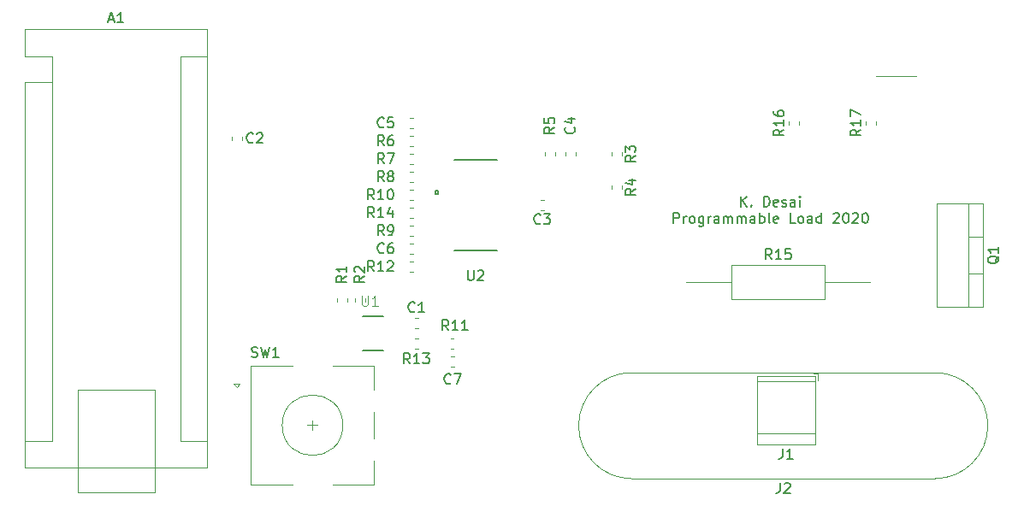
<source format=gbr>
G04 #@! TF.GenerationSoftware,KiCad,Pcbnew,(5.1.2)-1*
G04 #@! TF.CreationDate,2020-03-13T00:19:03-07:00*
G04 #@! TF.ProjectId,progrmmable-load,70726f67-726d-46d6-9162-6c652d6c6f61,rev?*
G04 #@! TF.SameCoordinates,Original*
G04 #@! TF.FileFunction,Legend,Top*
G04 #@! TF.FilePolarity,Positive*
%FSLAX46Y46*%
G04 Gerber Fmt 4.6, Leading zero omitted, Abs format (unit mm)*
G04 Created by KiCad (PCBNEW (5.1.2)-1) date 2020-03-13 00:19:03*
%MOMM*%
%LPD*%
G04 APERTURE LIST*
%ADD10C,0.150000*%
%ADD11C,0.120000*%
%ADD12C,0.100000*%
%ADD13C,0.152400*%
%ADD14C,0.015000*%
G04 APERTURE END LIST*
D10*
X160925238Y-117102380D02*
X160925238Y-116102380D01*
X161496666Y-117102380D02*
X161068095Y-116530952D01*
X161496666Y-116102380D02*
X160925238Y-116673809D01*
X161925238Y-117007142D02*
X161972857Y-117054761D01*
X161925238Y-117102380D01*
X161877619Y-117054761D01*
X161925238Y-117007142D01*
X161925238Y-117102380D01*
X163163333Y-117102380D02*
X163163333Y-116102380D01*
X163401428Y-116102380D01*
X163544285Y-116150000D01*
X163639523Y-116245238D01*
X163687142Y-116340476D01*
X163734761Y-116530952D01*
X163734761Y-116673809D01*
X163687142Y-116864285D01*
X163639523Y-116959523D01*
X163544285Y-117054761D01*
X163401428Y-117102380D01*
X163163333Y-117102380D01*
X164544285Y-117054761D02*
X164449047Y-117102380D01*
X164258571Y-117102380D01*
X164163333Y-117054761D01*
X164115714Y-116959523D01*
X164115714Y-116578571D01*
X164163333Y-116483333D01*
X164258571Y-116435714D01*
X164449047Y-116435714D01*
X164544285Y-116483333D01*
X164591904Y-116578571D01*
X164591904Y-116673809D01*
X164115714Y-116769047D01*
X164972857Y-117054761D02*
X165068095Y-117102380D01*
X165258571Y-117102380D01*
X165353809Y-117054761D01*
X165401428Y-116959523D01*
X165401428Y-116911904D01*
X165353809Y-116816666D01*
X165258571Y-116769047D01*
X165115714Y-116769047D01*
X165020476Y-116721428D01*
X164972857Y-116626190D01*
X164972857Y-116578571D01*
X165020476Y-116483333D01*
X165115714Y-116435714D01*
X165258571Y-116435714D01*
X165353809Y-116483333D01*
X166258571Y-117102380D02*
X166258571Y-116578571D01*
X166210952Y-116483333D01*
X166115714Y-116435714D01*
X165925238Y-116435714D01*
X165830000Y-116483333D01*
X166258571Y-117054761D02*
X166163333Y-117102380D01*
X165925238Y-117102380D01*
X165830000Y-117054761D01*
X165782380Y-116959523D01*
X165782380Y-116864285D01*
X165830000Y-116769047D01*
X165925238Y-116721428D01*
X166163333Y-116721428D01*
X166258571Y-116673809D01*
X166734761Y-117102380D02*
X166734761Y-116435714D01*
X166734761Y-116102380D02*
X166687142Y-116150000D01*
X166734761Y-116197619D01*
X166782380Y-116150000D01*
X166734761Y-116102380D01*
X166734761Y-116197619D01*
X154234761Y-118752380D02*
X154234761Y-117752380D01*
X154615714Y-117752380D01*
X154710952Y-117800000D01*
X154758571Y-117847619D01*
X154806190Y-117942857D01*
X154806190Y-118085714D01*
X154758571Y-118180952D01*
X154710952Y-118228571D01*
X154615714Y-118276190D01*
X154234761Y-118276190D01*
X155234761Y-118752380D02*
X155234761Y-118085714D01*
X155234761Y-118276190D02*
X155282380Y-118180952D01*
X155330000Y-118133333D01*
X155425238Y-118085714D01*
X155520476Y-118085714D01*
X155996666Y-118752380D02*
X155901428Y-118704761D01*
X155853809Y-118657142D01*
X155806190Y-118561904D01*
X155806190Y-118276190D01*
X155853809Y-118180952D01*
X155901428Y-118133333D01*
X155996666Y-118085714D01*
X156139523Y-118085714D01*
X156234761Y-118133333D01*
X156282380Y-118180952D01*
X156330000Y-118276190D01*
X156330000Y-118561904D01*
X156282380Y-118657142D01*
X156234761Y-118704761D01*
X156139523Y-118752380D01*
X155996666Y-118752380D01*
X157187142Y-118085714D02*
X157187142Y-118895238D01*
X157139523Y-118990476D01*
X157091904Y-119038095D01*
X156996666Y-119085714D01*
X156853809Y-119085714D01*
X156758571Y-119038095D01*
X157187142Y-118704761D02*
X157091904Y-118752380D01*
X156901428Y-118752380D01*
X156806190Y-118704761D01*
X156758571Y-118657142D01*
X156710952Y-118561904D01*
X156710952Y-118276190D01*
X156758571Y-118180952D01*
X156806190Y-118133333D01*
X156901428Y-118085714D01*
X157091904Y-118085714D01*
X157187142Y-118133333D01*
X157663333Y-118752380D02*
X157663333Y-118085714D01*
X157663333Y-118276190D02*
X157710952Y-118180952D01*
X157758571Y-118133333D01*
X157853809Y-118085714D01*
X157949047Y-118085714D01*
X158710952Y-118752380D02*
X158710952Y-118228571D01*
X158663333Y-118133333D01*
X158568095Y-118085714D01*
X158377619Y-118085714D01*
X158282380Y-118133333D01*
X158710952Y-118704761D02*
X158615714Y-118752380D01*
X158377619Y-118752380D01*
X158282380Y-118704761D01*
X158234761Y-118609523D01*
X158234761Y-118514285D01*
X158282380Y-118419047D01*
X158377619Y-118371428D01*
X158615714Y-118371428D01*
X158710952Y-118323809D01*
X159187142Y-118752380D02*
X159187142Y-118085714D01*
X159187142Y-118180952D02*
X159234761Y-118133333D01*
X159330000Y-118085714D01*
X159472857Y-118085714D01*
X159568095Y-118133333D01*
X159615714Y-118228571D01*
X159615714Y-118752380D01*
X159615714Y-118228571D02*
X159663333Y-118133333D01*
X159758571Y-118085714D01*
X159901428Y-118085714D01*
X159996666Y-118133333D01*
X160044285Y-118228571D01*
X160044285Y-118752380D01*
X160520476Y-118752380D02*
X160520476Y-118085714D01*
X160520476Y-118180952D02*
X160568095Y-118133333D01*
X160663333Y-118085714D01*
X160806190Y-118085714D01*
X160901428Y-118133333D01*
X160949047Y-118228571D01*
X160949047Y-118752380D01*
X160949047Y-118228571D02*
X160996666Y-118133333D01*
X161091904Y-118085714D01*
X161234761Y-118085714D01*
X161330000Y-118133333D01*
X161377619Y-118228571D01*
X161377619Y-118752380D01*
X162282380Y-118752380D02*
X162282380Y-118228571D01*
X162234761Y-118133333D01*
X162139523Y-118085714D01*
X161949047Y-118085714D01*
X161853809Y-118133333D01*
X162282380Y-118704761D02*
X162187142Y-118752380D01*
X161949047Y-118752380D01*
X161853809Y-118704761D01*
X161806190Y-118609523D01*
X161806190Y-118514285D01*
X161853809Y-118419047D01*
X161949047Y-118371428D01*
X162187142Y-118371428D01*
X162282380Y-118323809D01*
X162758571Y-118752380D02*
X162758571Y-117752380D01*
X162758571Y-118133333D02*
X162853809Y-118085714D01*
X163044285Y-118085714D01*
X163139523Y-118133333D01*
X163187142Y-118180952D01*
X163234761Y-118276190D01*
X163234761Y-118561904D01*
X163187142Y-118657142D01*
X163139523Y-118704761D01*
X163044285Y-118752380D01*
X162853809Y-118752380D01*
X162758571Y-118704761D01*
X163806190Y-118752380D02*
X163710952Y-118704761D01*
X163663333Y-118609523D01*
X163663333Y-117752380D01*
X164568095Y-118704761D02*
X164472857Y-118752380D01*
X164282380Y-118752380D01*
X164187142Y-118704761D01*
X164139523Y-118609523D01*
X164139523Y-118228571D01*
X164187142Y-118133333D01*
X164282380Y-118085714D01*
X164472857Y-118085714D01*
X164568095Y-118133333D01*
X164615714Y-118228571D01*
X164615714Y-118323809D01*
X164139523Y-118419047D01*
X166282380Y-118752380D02*
X165806190Y-118752380D01*
X165806190Y-117752380D01*
X166758571Y-118752380D02*
X166663333Y-118704761D01*
X166615714Y-118657142D01*
X166568095Y-118561904D01*
X166568095Y-118276190D01*
X166615714Y-118180952D01*
X166663333Y-118133333D01*
X166758571Y-118085714D01*
X166901428Y-118085714D01*
X166996666Y-118133333D01*
X167044285Y-118180952D01*
X167091904Y-118276190D01*
X167091904Y-118561904D01*
X167044285Y-118657142D01*
X166996666Y-118704761D01*
X166901428Y-118752380D01*
X166758571Y-118752380D01*
X167949047Y-118752380D02*
X167949047Y-118228571D01*
X167901428Y-118133333D01*
X167806190Y-118085714D01*
X167615714Y-118085714D01*
X167520476Y-118133333D01*
X167949047Y-118704761D02*
X167853809Y-118752380D01*
X167615714Y-118752380D01*
X167520476Y-118704761D01*
X167472857Y-118609523D01*
X167472857Y-118514285D01*
X167520476Y-118419047D01*
X167615714Y-118371428D01*
X167853809Y-118371428D01*
X167949047Y-118323809D01*
X168853809Y-118752380D02*
X168853809Y-117752380D01*
X168853809Y-118704761D02*
X168758571Y-118752380D01*
X168568095Y-118752380D01*
X168472857Y-118704761D01*
X168425238Y-118657142D01*
X168377619Y-118561904D01*
X168377619Y-118276190D01*
X168425238Y-118180952D01*
X168472857Y-118133333D01*
X168568095Y-118085714D01*
X168758571Y-118085714D01*
X168853809Y-118133333D01*
X170044285Y-117847619D02*
X170091904Y-117800000D01*
X170187142Y-117752380D01*
X170425238Y-117752380D01*
X170520476Y-117800000D01*
X170568095Y-117847619D01*
X170615714Y-117942857D01*
X170615714Y-118038095D01*
X170568095Y-118180952D01*
X169996666Y-118752380D01*
X170615714Y-118752380D01*
X171234761Y-117752380D02*
X171330000Y-117752380D01*
X171425238Y-117800000D01*
X171472857Y-117847619D01*
X171520476Y-117942857D01*
X171568095Y-118133333D01*
X171568095Y-118371428D01*
X171520476Y-118561904D01*
X171472857Y-118657142D01*
X171425238Y-118704761D01*
X171330000Y-118752380D01*
X171234761Y-118752380D01*
X171139523Y-118704761D01*
X171091904Y-118657142D01*
X171044285Y-118561904D01*
X170996666Y-118371428D01*
X170996666Y-118133333D01*
X171044285Y-117942857D01*
X171091904Y-117847619D01*
X171139523Y-117800000D01*
X171234761Y-117752380D01*
X171949047Y-117847619D02*
X171996666Y-117800000D01*
X172091904Y-117752380D01*
X172330000Y-117752380D01*
X172425238Y-117800000D01*
X172472857Y-117847619D01*
X172520476Y-117942857D01*
X172520476Y-118038095D01*
X172472857Y-118180952D01*
X171901428Y-118752380D01*
X172520476Y-118752380D01*
X173139523Y-117752380D02*
X173234761Y-117752380D01*
X173330000Y-117800000D01*
X173377619Y-117847619D01*
X173425238Y-117942857D01*
X173472857Y-118133333D01*
X173472857Y-118371428D01*
X173425238Y-118561904D01*
X173377619Y-118657142D01*
X173330000Y-118704761D01*
X173234761Y-118752380D01*
X173139523Y-118752380D01*
X173044285Y-118704761D01*
X172996666Y-118657142D01*
X172949047Y-118561904D01*
X172901428Y-118371428D01*
X172901428Y-118133333D01*
X172949047Y-117942857D01*
X172996666Y-117847619D01*
X173044285Y-117800000D01*
X173139523Y-117752380D01*
D11*
X178276000Y-104219000D02*
X174276000Y-104219000D01*
X121498000Y-138771000D02*
G75*
G03X121498000Y-138771000I-3000000J0D01*
G01*
X120498000Y-132871000D02*
X124598000Y-132871000D01*
X124598000Y-144671000D02*
X120498000Y-144671000D01*
X116498000Y-144671000D02*
X112398000Y-144671000D01*
X116498000Y-132871000D02*
X112398000Y-132871000D01*
X112398000Y-132871000D02*
X112398000Y-144671000D01*
X110998000Y-134971000D02*
X110698000Y-134671000D01*
X110698000Y-134671000D02*
X111298000Y-134671000D01*
X111298000Y-134671000D02*
X110998000Y-134971000D01*
X124598000Y-132871000D02*
X124598000Y-135271000D01*
X124598000Y-137471000D02*
X124598000Y-140071000D01*
X124598000Y-142271000D02*
X124598000Y-144671000D01*
X118498000Y-138271000D02*
X118498000Y-139271000D01*
X117998000Y-138771000D02*
X118998000Y-138771000D01*
X108080000Y-99565000D02*
X90040000Y-99565000D01*
X108080000Y-143005000D02*
X108080000Y-99565000D01*
X90040000Y-143005000D02*
X108080000Y-143005000D01*
D12*
X95250000Y-145415000D02*
X95250000Y-135255000D01*
X102870000Y-145415000D02*
X95250000Y-145415000D01*
X102870000Y-135255000D02*
X102870000Y-145415000D01*
X95250000Y-135255000D02*
X102870000Y-135255000D01*
D11*
X92710000Y-140335000D02*
X90040000Y-140335000D01*
X92710000Y-104775000D02*
X92710000Y-140335000D01*
X92710000Y-104775000D02*
X90040000Y-104775000D01*
X105410000Y-140335000D02*
X108080000Y-140335000D01*
X105410000Y-102235000D02*
X105410000Y-140335000D01*
X105410000Y-102235000D02*
X108080000Y-102235000D01*
X90040000Y-99565000D02*
X90040000Y-102235000D01*
X90040000Y-104775000D02*
X90040000Y-143005000D01*
X92710000Y-102235000D02*
X90040000Y-102235000D01*
X92710000Y-104775000D02*
X92710000Y-102235000D01*
X174246000Y-109001779D02*
X174246000Y-108676221D01*
X173226000Y-109001779D02*
X173226000Y-108676221D01*
X166626000Y-109001779D02*
X166626000Y-108676221D01*
X165606000Y-109001779D02*
X165606000Y-108676221D01*
X173712000Y-124587000D02*
X169212000Y-124587000D01*
X155472000Y-124587000D02*
X159972000Y-124587000D01*
X169212000Y-122867000D02*
X159972000Y-122867000D01*
X169212000Y-126307000D02*
X169212000Y-122867000D01*
X159972000Y-126307000D02*
X169212000Y-126307000D01*
X159972000Y-122867000D02*
X159972000Y-126307000D01*
X180086000Y-144061000D02*
G75*
G03X180086000Y-133561000I0J5250000D01*
G01*
X150086000Y-133561000D02*
G75*
G03X150086000Y-144061000I0J-5250000D01*
G01*
X150086000Y-144061000D02*
X180086000Y-144061000D01*
X180086000Y-133561000D02*
X150086000Y-133561000D01*
X168484000Y-133677000D02*
X168084000Y-133677000D01*
X168484000Y-134317000D02*
X168484000Y-133677000D01*
X162464000Y-140657000D02*
X162464000Y-133917000D01*
X168244000Y-140657000D02*
X168244000Y-133917000D01*
X168244000Y-133917000D02*
X162464000Y-133917000D01*
X168244000Y-140657000D02*
X162464000Y-140657000D01*
X168244000Y-139537000D02*
X162464000Y-139537000D01*
X168244000Y-134437000D02*
X162464000Y-134437000D01*
D13*
X130911600Y-115887500D02*
X130657600Y-115887500D01*
X130911600Y-115506500D02*
X130911600Y-115887500D01*
X130657600Y-115506500D02*
X130911600Y-115506500D01*
X130657600Y-115887500D02*
X130657600Y-115506500D01*
X132486400Y-121475500D02*
X136753600Y-121475500D01*
X136753600Y-112458500D02*
X132486400Y-112458500D01*
X125476000Y-127990600D02*
X123444000Y-127990600D01*
X123444000Y-131343400D02*
X125476000Y-131343400D01*
D11*
X128107221Y-118239000D02*
X128432779Y-118239000D01*
X128107221Y-117219000D02*
X128432779Y-117219000D01*
X128640721Y-131193000D02*
X128966279Y-131193000D01*
X128640721Y-130173000D02*
X128966279Y-130173000D01*
X128107221Y-123573000D02*
X128432779Y-123573000D01*
X128107221Y-122553000D02*
X128432779Y-122553000D01*
X132471279Y-130173000D02*
X132145721Y-130173000D01*
X132471279Y-131193000D02*
X132145721Y-131193000D01*
X128107221Y-116461000D02*
X128432779Y-116461000D01*
X128107221Y-115441000D02*
X128432779Y-115441000D01*
X128107221Y-120017000D02*
X128432779Y-120017000D01*
X128107221Y-118997000D02*
X128432779Y-118997000D01*
X128107221Y-114683000D02*
X128432779Y-114683000D01*
X128107221Y-113663000D02*
X128432779Y-113663000D01*
X128107221Y-112905000D02*
X128432779Y-112905000D01*
X128107221Y-111885000D02*
X128432779Y-111885000D01*
X128432779Y-110107000D02*
X128107221Y-110107000D01*
X128432779Y-111127000D02*
X128107221Y-111127000D01*
X142496000Y-112049779D02*
X142496000Y-111724221D01*
X141476000Y-112049779D02*
X141476000Y-111724221D01*
X148080000Y-115026221D02*
X148080000Y-115351779D01*
X149100000Y-115026221D02*
X149100000Y-115351779D01*
X148080000Y-111724221D02*
X148080000Y-112049779D01*
X149100000Y-111724221D02*
X149100000Y-112049779D01*
X122680000Y-126202221D02*
X122680000Y-126527779D01*
X123700000Y-126202221D02*
X123700000Y-126527779D01*
X120902000Y-126202221D02*
X120902000Y-126527779D01*
X121922000Y-126202221D02*
X121922000Y-126527779D01*
X184880000Y-123771000D02*
X183370000Y-123771000D01*
X184880000Y-120070000D02*
X183370000Y-120070000D01*
X183370000Y-116800000D02*
X183370000Y-127040000D01*
X184880000Y-127040000D02*
X180239000Y-127040000D01*
X184880000Y-116800000D02*
X180239000Y-116800000D01*
X180239000Y-116800000D02*
X180239000Y-127040000D01*
X184880000Y-116800000D02*
X184880000Y-127040000D01*
X132496779Y-131951000D02*
X132171221Y-131951000D01*
X132496779Y-132971000D02*
X132171221Y-132971000D01*
X128107221Y-121795000D02*
X128432779Y-121795000D01*
X128107221Y-120775000D02*
X128432779Y-120775000D01*
X128432779Y-108329000D02*
X128107221Y-108329000D01*
X128432779Y-109349000D02*
X128107221Y-109349000D01*
X143508000Y-111724221D02*
X143508000Y-112049779D01*
X144528000Y-111724221D02*
X144528000Y-112049779D01*
X141386779Y-116457000D02*
X141061221Y-116457000D01*
X141386779Y-117477000D02*
X141061221Y-117477000D01*
X110488000Y-110200221D02*
X110488000Y-110525779D01*
X111508000Y-110200221D02*
X111508000Y-110525779D01*
X128940779Y-128141000D02*
X128615221Y-128141000D01*
X128940779Y-129161000D02*
X128615221Y-129161000D01*
D10*
X112464666Y-131975761D02*
X112607523Y-132023380D01*
X112845619Y-132023380D01*
X112940857Y-131975761D01*
X112988476Y-131928142D01*
X113036095Y-131832904D01*
X113036095Y-131737666D01*
X112988476Y-131642428D01*
X112940857Y-131594809D01*
X112845619Y-131547190D01*
X112655142Y-131499571D01*
X112559904Y-131451952D01*
X112512285Y-131404333D01*
X112464666Y-131309095D01*
X112464666Y-131213857D01*
X112512285Y-131118619D01*
X112559904Y-131071000D01*
X112655142Y-131023380D01*
X112893238Y-131023380D01*
X113036095Y-131071000D01*
X113369428Y-131023380D02*
X113607523Y-132023380D01*
X113798000Y-131309095D01*
X113988476Y-132023380D01*
X114226571Y-131023380D01*
X115131333Y-132023380D02*
X114559904Y-132023380D01*
X114845619Y-132023380D02*
X114845619Y-131023380D01*
X114750380Y-131166238D01*
X114655142Y-131261476D01*
X114559904Y-131309095D01*
X98345714Y-98591666D02*
X98821904Y-98591666D01*
X98250476Y-98877380D02*
X98583809Y-97877380D01*
X98917142Y-98877380D01*
X99774285Y-98877380D02*
X99202857Y-98877380D01*
X99488571Y-98877380D02*
X99488571Y-97877380D01*
X99393333Y-98020238D01*
X99298095Y-98115476D01*
X99202857Y-98163095D01*
X172758380Y-109481857D02*
X172282190Y-109815190D01*
X172758380Y-110053285D02*
X171758380Y-110053285D01*
X171758380Y-109672333D01*
X171806000Y-109577095D01*
X171853619Y-109529476D01*
X171948857Y-109481857D01*
X172091714Y-109481857D01*
X172186952Y-109529476D01*
X172234571Y-109577095D01*
X172282190Y-109672333D01*
X172282190Y-110053285D01*
X172758380Y-108529476D02*
X172758380Y-109100904D01*
X172758380Y-108815190D02*
X171758380Y-108815190D01*
X171901238Y-108910428D01*
X171996476Y-109005666D01*
X172044095Y-109100904D01*
X171758380Y-108196142D02*
X171758380Y-107529476D01*
X172758380Y-107958047D01*
X165138380Y-109481857D02*
X164662190Y-109815190D01*
X165138380Y-110053285D02*
X164138380Y-110053285D01*
X164138380Y-109672333D01*
X164186000Y-109577095D01*
X164233619Y-109529476D01*
X164328857Y-109481857D01*
X164471714Y-109481857D01*
X164566952Y-109529476D01*
X164614571Y-109577095D01*
X164662190Y-109672333D01*
X164662190Y-110053285D01*
X165138380Y-108529476D02*
X165138380Y-109100904D01*
X165138380Y-108815190D02*
X164138380Y-108815190D01*
X164281238Y-108910428D01*
X164376476Y-109005666D01*
X164424095Y-109100904D01*
X164138380Y-107672333D02*
X164138380Y-107862809D01*
X164186000Y-107958047D01*
X164233619Y-108005666D01*
X164376476Y-108100904D01*
X164566952Y-108148523D01*
X164947904Y-108148523D01*
X165043142Y-108100904D01*
X165090761Y-108053285D01*
X165138380Y-107958047D01*
X165138380Y-107767571D01*
X165090761Y-107672333D01*
X165043142Y-107624714D01*
X164947904Y-107577095D01*
X164709809Y-107577095D01*
X164614571Y-107624714D01*
X164566952Y-107672333D01*
X164519333Y-107767571D01*
X164519333Y-107958047D01*
X164566952Y-108053285D01*
X164614571Y-108100904D01*
X164709809Y-108148523D01*
X163949142Y-122319380D02*
X163615809Y-121843190D01*
X163377714Y-122319380D02*
X163377714Y-121319380D01*
X163758666Y-121319380D01*
X163853904Y-121367000D01*
X163901523Y-121414619D01*
X163949142Y-121509857D01*
X163949142Y-121652714D01*
X163901523Y-121747952D01*
X163853904Y-121795571D01*
X163758666Y-121843190D01*
X163377714Y-121843190D01*
X164901523Y-122319380D02*
X164330095Y-122319380D01*
X164615809Y-122319380D02*
X164615809Y-121319380D01*
X164520571Y-121462238D01*
X164425333Y-121557476D01*
X164330095Y-121605095D01*
X165806285Y-121319380D02*
X165330095Y-121319380D01*
X165282476Y-121795571D01*
X165330095Y-121747952D01*
X165425333Y-121700333D01*
X165663428Y-121700333D01*
X165758666Y-121747952D01*
X165806285Y-121795571D01*
X165853904Y-121890809D01*
X165853904Y-122128904D01*
X165806285Y-122224142D01*
X165758666Y-122271761D01*
X165663428Y-122319380D01*
X165425333Y-122319380D01*
X165330095Y-122271761D01*
X165282476Y-122224142D01*
X164767666Y-144503380D02*
X164767666Y-145217666D01*
X164720047Y-145360523D01*
X164624809Y-145455761D01*
X164481952Y-145503380D01*
X164386714Y-145503380D01*
X165196238Y-144598619D02*
X165243857Y-144551000D01*
X165339095Y-144503380D01*
X165577190Y-144503380D01*
X165672428Y-144551000D01*
X165720047Y-144598619D01*
X165767666Y-144693857D01*
X165767666Y-144789095D01*
X165720047Y-144931952D01*
X165148619Y-145503380D01*
X165767666Y-145503380D01*
X165020666Y-141109380D02*
X165020666Y-141823666D01*
X164973047Y-141966523D01*
X164877809Y-142061761D01*
X164734952Y-142109380D01*
X164639714Y-142109380D01*
X166020666Y-142109380D02*
X165449238Y-142109380D01*
X165734952Y-142109380D02*
X165734952Y-141109380D01*
X165639714Y-141252238D01*
X165544476Y-141347476D01*
X165449238Y-141395095D01*
X133858095Y-123404380D02*
X133858095Y-124213904D01*
X133905714Y-124309142D01*
X133953333Y-124356761D01*
X134048571Y-124404380D01*
X134239047Y-124404380D01*
X134334285Y-124356761D01*
X134381904Y-124309142D01*
X134429523Y-124213904D01*
X134429523Y-123404380D01*
X134858095Y-123499619D02*
X134905714Y-123452000D01*
X135000952Y-123404380D01*
X135239047Y-123404380D01*
X135334285Y-123452000D01*
X135381904Y-123499619D01*
X135429523Y-123594857D01*
X135429523Y-123690095D01*
X135381904Y-123832952D01*
X134810476Y-124404380D01*
X135429523Y-124404380D01*
D14*
X123391444Y-125943428D02*
X123391444Y-126754360D01*
X123439146Y-126849764D01*
X123486848Y-126897466D01*
X123582252Y-126945168D01*
X123773059Y-126945168D01*
X123868463Y-126897466D01*
X123916165Y-126849764D01*
X123963867Y-126754360D01*
X123963867Y-125943428D01*
X124965607Y-126945168D02*
X124393184Y-126945168D01*
X124679395Y-126945168D02*
X124679395Y-125943428D01*
X124583992Y-126086533D01*
X124488588Y-126181937D01*
X124393184Y-126229639D01*
D10*
X124579142Y-118181380D02*
X124245809Y-117705190D01*
X124007714Y-118181380D02*
X124007714Y-117181380D01*
X124388666Y-117181380D01*
X124483904Y-117229000D01*
X124531523Y-117276619D01*
X124579142Y-117371857D01*
X124579142Y-117514714D01*
X124531523Y-117609952D01*
X124483904Y-117657571D01*
X124388666Y-117705190D01*
X124007714Y-117705190D01*
X125531523Y-118181380D02*
X124960095Y-118181380D01*
X125245809Y-118181380D02*
X125245809Y-117181380D01*
X125150571Y-117324238D01*
X125055333Y-117419476D01*
X124960095Y-117467095D01*
X126388666Y-117514714D02*
X126388666Y-118181380D01*
X126150571Y-117133761D02*
X125912476Y-117848047D01*
X126531523Y-117848047D01*
X128135142Y-132659380D02*
X127801809Y-132183190D01*
X127563714Y-132659380D02*
X127563714Y-131659380D01*
X127944666Y-131659380D01*
X128039904Y-131707000D01*
X128087523Y-131754619D01*
X128135142Y-131849857D01*
X128135142Y-131992714D01*
X128087523Y-132087952D01*
X128039904Y-132135571D01*
X127944666Y-132183190D01*
X127563714Y-132183190D01*
X129087523Y-132659380D02*
X128516095Y-132659380D01*
X128801809Y-132659380D02*
X128801809Y-131659380D01*
X128706571Y-131802238D01*
X128611333Y-131897476D01*
X128516095Y-131945095D01*
X129420857Y-131659380D02*
X130039904Y-131659380D01*
X129706571Y-132040333D01*
X129849428Y-132040333D01*
X129944666Y-132087952D01*
X129992285Y-132135571D01*
X130039904Y-132230809D01*
X130039904Y-132468904D01*
X129992285Y-132564142D01*
X129944666Y-132611761D01*
X129849428Y-132659380D01*
X129563714Y-132659380D01*
X129468476Y-132611761D01*
X129420857Y-132564142D01*
X124579142Y-123515380D02*
X124245809Y-123039190D01*
X124007714Y-123515380D02*
X124007714Y-122515380D01*
X124388666Y-122515380D01*
X124483904Y-122563000D01*
X124531523Y-122610619D01*
X124579142Y-122705857D01*
X124579142Y-122848714D01*
X124531523Y-122943952D01*
X124483904Y-122991571D01*
X124388666Y-123039190D01*
X124007714Y-123039190D01*
X125531523Y-123515380D02*
X124960095Y-123515380D01*
X125245809Y-123515380D02*
X125245809Y-122515380D01*
X125150571Y-122658238D01*
X125055333Y-122753476D01*
X124960095Y-122801095D01*
X125912476Y-122610619D02*
X125960095Y-122563000D01*
X126055333Y-122515380D01*
X126293428Y-122515380D01*
X126388666Y-122563000D01*
X126436285Y-122610619D01*
X126483904Y-122705857D01*
X126483904Y-122801095D01*
X126436285Y-122943952D01*
X125864857Y-123515380D01*
X126483904Y-123515380D01*
X131945142Y-129357380D02*
X131611809Y-128881190D01*
X131373714Y-129357380D02*
X131373714Y-128357380D01*
X131754666Y-128357380D01*
X131849904Y-128405000D01*
X131897523Y-128452619D01*
X131945142Y-128547857D01*
X131945142Y-128690714D01*
X131897523Y-128785952D01*
X131849904Y-128833571D01*
X131754666Y-128881190D01*
X131373714Y-128881190D01*
X132897523Y-129357380D02*
X132326095Y-129357380D01*
X132611809Y-129357380D02*
X132611809Y-128357380D01*
X132516571Y-128500238D01*
X132421333Y-128595476D01*
X132326095Y-128643095D01*
X133849904Y-129357380D02*
X133278476Y-129357380D01*
X133564190Y-129357380D02*
X133564190Y-128357380D01*
X133468952Y-128500238D01*
X133373714Y-128595476D01*
X133278476Y-128643095D01*
X124579142Y-116403380D02*
X124245809Y-115927190D01*
X124007714Y-116403380D02*
X124007714Y-115403380D01*
X124388666Y-115403380D01*
X124483904Y-115451000D01*
X124531523Y-115498619D01*
X124579142Y-115593857D01*
X124579142Y-115736714D01*
X124531523Y-115831952D01*
X124483904Y-115879571D01*
X124388666Y-115927190D01*
X124007714Y-115927190D01*
X125531523Y-116403380D02*
X124960095Y-116403380D01*
X125245809Y-116403380D02*
X125245809Y-115403380D01*
X125150571Y-115546238D01*
X125055333Y-115641476D01*
X124960095Y-115689095D01*
X126150571Y-115403380D02*
X126245809Y-115403380D01*
X126341047Y-115451000D01*
X126388666Y-115498619D01*
X126436285Y-115593857D01*
X126483904Y-115784333D01*
X126483904Y-116022428D01*
X126436285Y-116212904D01*
X126388666Y-116308142D01*
X126341047Y-116355761D01*
X126245809Y-116403380D01*
X126150571Y-116403380D01*
X126055333Y-116355761D01*
X126007714Y-116308142D01*
X125960095Y-116212904D01*
X125912476Y-116022428D01*
X125912476Y-115784333D01*
X125960095Y-115593857D01*
X126007714Y-115498619D01*
X126055333Y-115451000D01*
X126150571Y-115403380D01*
X125563333Y-119959380D02*
X125230000Y-119483190D01*
X124991904Y-119959380D02*
X124991904Y-118959380D01*
X125372857Y-118959380D01*
X125468095Y-119007000D01*
X125515714Y-119054619D01*
X125563333Y-119149857D01*
X125563333Y-119292714D01*
X125515714Y-119387952D01*
X125468095Y-119435571D01*
X125372857Y-119483190D01*
X124991904Y-119483190D01*
X126039523Y-119959380D02*
X126230000Y-119959380D01*
X126325238Y-119911761D01*
X126372857Y-119864142D01*
X126468095Y-119721285D01*
X126515714Y-119530809D01*
X126515714Y-119149857D01*
X126468095Y-119054619D01*
X126420476Y-119007000D01*
X126325238Y-118959380D01*
X126134761Y-118959380D01*
X126039523Y-119007000D01*
X125991904Y-119054619D01*
X125944285Y-119149857D01*
X125944285Y-119387952D01*
X125991904Y-119483190D01*
X126039523Y-119530809D01*
X126134761Y-119578428D01*
X126325238Y-119578428D01*
X126420476Y-119530809D01*
X126468095Y-119483190D01*
X126515714Y-119387952D01*
X125563333Y-114625380D02*
X125230000Y-114149190D01*
X124991904Y-114625380D02*
X124991904Y-113625380D01*
X125372857Y-113625380D01*
X125468095Y-113673000D01*
X125515714Y-113720619D01*
X125563333Y-113815857D01*
X125563333Y-113958714D01*
X125515714Y-114053952D01*
X125468095Y-114101571D01*
X125372857Y-114149190D01*
X124991904Y-114149190D01*
X126134761Y-114053952D02*
X126039523Y-114006333D01*
X125991904Y-113958714D01*
X125944285Y-113863476D01*
X125944285Y-113815857D01*
X125991904Y-113720619D01*
X126039523Y-113673000D01*
X126134761Y-113625380D01*
X126325238Y-113625380D01*
X126420476Y-113673000D01*
X126468095Y-113720619D01*
X126515714Y-113815857D01*
X126515714Y-113863476D01*
X126468095Y-113958714D01*
X126420476Y-114006333D01*
X126325238Y-114053952D01*
X126134761Y-114053952D01*
X126039523Y-114101571D01*
X125991904Y-114149190D01*
X125944285Y-114244428D01*
X125944285Y-114434904D01*
X125991904Y-114530142D01*
X126039523Y-114577761D01*
X126134761Y-114625380D01*
X126325238Y-114625380D01*
X126420476Y-114577761D01*
X126468095Y-114530142D01*
X126515714Y-114434904D01*
X126515714Y-114244428D01*
X126468095Y-114149190D01*
X126420476Y-114101571D01*
X126325238Y-114053952D01*
X125563333Y-112847380D02*
X125230000Y-112371190D01*
X124991904Y-112847380D02*
X124991904Y-111847380D01*
X125372857Y-111847380D01*
X125468095Y-111895000D01*
X125515714Y-111942619D01*
X125563333Y-112037857D01*
X125563333Y-112180714D01*
X125515714Y-112275952D01*
X125468095Y-112323571D01*
X125372857Y-112371190D01*
X124991904Y-112371190D01*
X125896666Y-111847380D02*
X126563333Y-111847380D01*
X126134761Y-112847380D01*
X125563333Y-111069380D02*
X125230000Y-110593190D01*
X124991904Y-111069380D02*
X124991904Y-110069380D01*
X125372857Y-110069380D01*
X125468095Y-110117000D01*
X125515714Y-110164619D01*
X125563333Y-110259857D01*
X125563333Y-110402714D01*
X125515714Y-110497952D01*
X125468095Y-110545571D01*
X125372857Y-110593190D01*
X124991904Y-110593190D01*
X126420476Y-110069380D02*
X126230000Y-110069380D01*
X126134761Y-110117000D01*
X126087142Y-110164619D01*
X125991904Y-110307476D01*
X125944285Y-110497952D01*
X125944285Y-110878904D01*
X125991904Y-110974142D01*
X126039523Y-111021761D01*
X126134761Y-111069380D01*
X126325238Y-111069380D01*
X126420476Y-111021761D01*
X126468095Y-110974142D01*
X126515714Y-110878904D01*
X126515714Y-110640809D01*
X126468095Y-110545571D01*
X126420476Y-110497952D01*
X126325238Y-110450333D01*
X126134761Y-110450333D01*
X126039523Y-110497952D01*
X125991904Y-110545571D01*
X125944285Y-110640809D01*
X142438380Y-109259666D02*
X141962190Y-109593000D01*
X142438380Y-109831095D02*
X141438380Y-109831095D01*
X141438380Y-109450142D01*
X141486000Y-109354904D01*
X141533619Y-109307285D01*
X141628857Y-109259666D01*
X141771714Y-109259666D01*
X141866952Y-109307285D01*
X141914571Y-109354904D01*
X141962190Y-109450142D01*
X141962190Y-109831095D01*
X141438380Y-108354904D02*
X141438380Y-108831095D01*
X141914571Y-108878714D01*
X141866952Y-108831095D01*
X141819333Y-108735857D01*
X141819333Y-108497761D01*
X141866952Y-108402523D01*
X141914571Y-108354904D01*
X142009809Y-108307285D01*
X142247904Y-108307285D01*
X142343142Y-108354904D01*
X142390761Y-108402523D01*
X142438380Y-108497761D01*
X142438380Y-108735857D01*
X142390761Y-108831095D01*
X142343142Y-108878714D01*
X150472380Y-115355666D02*
X149996190Y-115689000D01*
X150472380Y-115927095D02*
X149472380Y-115927095D01*
X149472380Y-115546142D01*
X149520000Y-115450904D01*
X149567619Y-115403285D01*
X149662857Y-115355666D01*
X149805714Y-115355666D01*
X149900952Y-115403285D01*
X149948571Y-115450904D01*
X149996190Y-115546142D01*
X149996190Y-115927095D01*
X149805714Y-114498523D02*
X150472380Y-114498523D01*
X149424761Y-114736619D02*
X150139047Y-114974714D01*
X150139047Y-114355666D01*
X150472380Y-112053666D02*
X149996190Y-112387000D01*
X150472380Y-112625095D02*
X149472380Y-112625095D01*
X149472380Y-112244142D01*
X149520000Y-112148904D01*
X149567619Y-112101285D01*
X149662857Y-112053666D01*
X149805714Y-112053666D01*
X149900952Y-112101285D01*
X149948571Y-112148904D01*
X149996190Y-112244142D01*
X149996190Y-112625095D01*
X149472380Y-111720333D02*
X149472380Y-111101285D01*
X149853333Y-111434619D01*
X149853333Y-111291761D01*
X149900952Y-111196523D01*
X149948571Y-111148904D01*
X150043809Y-111101285D01*
X150281904Y-111101285D01*
X150377142Y-111148904D01*
X150424761Y-111196523D01*
X150472380Y-111291761D01*
X150472380Y-111577476D01*
X150424761Y-111672714D01*
X150377142Y-111720333D01*
X123642380Y-123991666D02*
X123166190Y-124325000D01*
X123642380Y-124563095D02*
X122642380Y-124563095D01*
X122642380Y-124182142D01*
X122690000Y-124086904D01*
X122737619Y-124039285D01*
X122832857Y-123991666D01*
X122975714Y-123991666D01*
X123070952Y-124039285D01*
X123118571Y-124086904D01*
X123166190Y-124182142D01*
X123166190Y-124563095D01*
X122737619Y-123610714D02*
X122690000Y-123563095D01*
X122642380Y-123467857D01*
X122642380Y-123229761D01*
X122690000Y-123134523D01*
X122737619Y-123086904D01*
X122832857Y-123039285D01*
X122928095Y-123039285D01*
X123070952Y-123086904D01*
X123642380Y-123658333D01*
X123642380Y-123039285D01*
X121864380Y-123991666D02*
X121388190Y-124325000D01*
X121864380Y-124563095D02*
X120864380Y-124563095D01*
X120864380Y-124182142D01*
X120912000Y-124086904D01*
X120959619Y-124039285D01*
X121054857Y-123991666D01*
X121197714Y-123991666D01*
X121292952Y-124039285D01*
X121340571Y-124086904D01*
X121388190Y-124182142D01*
X121388190Y-124563095D01*
X121864380Y-123039285D02*
X121864380Y-123610714D01*
X121864380Y-123325000D02*
X120864380Y-123325000D01*
X121007238Y-123420238D01*
X121102476Y-123515476D01*
X121150095Y-123610714D01*
X186427619Y-122015238D02*
X186380000Y-122110476D01*
X186284761Y-122205714D01*
X186141904Y-122348571D01*
X186094285Y-122443809D01*
X186094285Y-122539047D01*
X186332380Y-122491428D02*
X186284761Y-122586666D01*
X186189523Y-122681904D01*
X185999047Y-122729523D01*
X185665714Y-122729523D01*
X185475238Y-122681904D01*
X185380000Y-122586666D01*
X185332380Y-122491428D01*
X185332380Y-122300952D01*
X185380000Y-122205714D01*
X185475238Y-122110476D01*
X185665714Y-122062857D01*
X185999047Y-122062857D01*
X186189523Y-122110476D01*
X186284761Y-122205714D01*
X186332380Y-122300952D01*
X186332380Y-122491428D01*
X186332380Y-121110476D02*
X186332380Y-121681904D01*
X186332380Y-121396190D02*
X185332380Y-121396190D01*
X185475238Y-121491428D01*
X185570476Y-121586666D01*
X185618095Y-121681904D01*
X132167333Y-134596142D02*
X132119714Y-134643761D01*
X131976857Y-134691380D01*
X131881619Y-134691380D01*
X131738761Y-134643761D01*
X131643523Y-134548523D01*
X131595904Y-134453285D01*
X131548285Y-134262809D01*
X131548285Y-134119952D01*
X131595904Y-133929476D01*
X131643523Y-133834238D01*
X131738761Y-133739000D01*
X131881619Y-133691380D01*
X131976857Y-133691380D01*
X132119714Y-133739000D01*
X132167333Y-133786619D01*
X132500666Y-133691380D02*
X133167333Y-133691380D01*
X132738761Y-134691380D01*
X125563333Y-121642142D02*
X125515714Y-121689761D01*
X125372857Y-121737380D01*
X125277619Y-121737380D01*
X125134761Y-121689761D01*
X125039523Y-121594523D01*
X124991904Y-121499285D01*
X124944285Y-121308809D01*
X124944285Y-121165952D01*
X124991904Y-120975476D01*
X125039523Y-120880238D01*
X125134761Y-120785000D01*
X125277619Y-120737380D01*
X125372857Y-120737380D01*
X125515714Y-120785000D01*
X125563333Y-120832619D01*
X126420476Y-120737380D02*
X126230000Y-120737380D01*
X126134761Y-120785000D01*
X126087142Y-120832619D01*
X125991904Y-120975476D01*
X125944285Y-121165952D01*
X125944285Y-121546904D01*
X125991904Y-121642142D01*
X126039523Y-121689761D01*
X126134761Y-121737380D01*
X126325238Y-121737380D01*
X126420476Y-121689761D01*
X126468095Y-121642142D01*
X126515714Y-121546904D01*
X126515714Y-121308809D01*
X126468095Y-121213571D01*
X126420476Y-121165952D01*
X126325238Y-121118333D01*
X126134761Y-121118333D01*
X126039523Y-121165952D01*
X125991904Y-121213571D01*
X125944285Y-121308809D01*
X125563333Y-109196142D02*
X125515714Y-109243761D01*
X125372857Y-109291380D01*
X125277619Y-109291380D01*
X125134761Y-109243761D01*
X125039523Y-109148523D01*
X124991904Y-109053285D01*
X124944285Y-108862809D01*
X124944285Y-108719952D01*
X124991904Y-108529476D01*
X125039523Y-108434238D01*
X125134761Y-108339000D01*
X125277619Y-108291380D01*
X125372857Y-108291380D01*
X125515714Y-108339000D01*
X125563333Y-108386619D01*
X126468095Y-108291380D02*
X125991904Y-108291380D01*
X125944285Y-108767571D01*
X125991904Y-108719952D01*
X126087142Y-108672333D01*
X126325238Y-108672333D01*
X126420476Y-108719952D01*
X126468095Y-108767571D01*
X126515714Y-108862809D01*
X126515714Y-109100904D01*
X126468095Y-109196142D01*
X126420476Y-109243761D01*
X126325238Y-109291380D01*
X126087142Y-109291380D01*
X125991904Y-109243761D01*
X125944285Y-109196142D01*
X144375142Y-109259666D02*
X144422761Y-109307285D01*
X144470380Y-109450142D01*
X144470380Y-109545380D01*
X144422761Y-109688238D01*
X144327523Y-109783476D01*
X144232285Y-109831095D01*
X144041809Y-109878714D01*
X143898952Y-109878714D01*
X143708476Y-109831095D01*
X143613238Y-109783476D01*
X143518000Y-109688238D01*
X143470380Y-109545380D01*
X143470380Y-109450142D01*
X143518000Y-109307285D01*
X143565619Y-109259666D01*
X143803714Y-108402523D02*
X144470380Y-108402523D01*
X143422761Y-108640619D02*
X144137047Y-108878714D01*
X144137047Y-108259666D01*
X141057333Y-118754142D02*
X141009714Y-118801761D01*
X140866857Y-118849380D01*
X140771619Y-118849380D01*
X140628761Y-118801761D01*
X140533523Y-118706523D01*
X140485904Y-118611285D01*
X140438285Y-118420809D01*
X140438285Y-118277952D01*
X140485904Y-118087476D01*
X140533523Y-117992238D01*
X140628761Y-117897000D01*
X140771619Y-117849380D01*
X140866857Y-117849380D01*
X141009714Y-117897000D01*
X141057333Y-117944619D01*
X141390666Y-117849380D02*
X142009714Y-117849380D01*
X141676380Y-118230333D01*
X141819238Y-118230333D01*
X141914476Y-118277952D01*
X141962095Y-118325571D01*
X142009714Y-118420809D01*
X142009714Y-118658904D01*
X141962095Y-118754142D01*
X141914476Y-118801761D01*
X141819238Y-118849380D01*
X141533523Y-118849380D01*
X141438285Y-118801761D01*
X141390666Y-118754142D01*
X112609333Y-110720142D02*
X112561714Y-110767761D01*
X112418857Y-110815380D01*
X112323619Y-110815380D01*
X112180761Y-110767761D01*
X112085523Y-110672523D01*
X112037904Y-110577285D01*
X111990285Y-110386809D01*
X111990285Y-110243952D01*
X112037904Y-110053476D01*
X112085523Y-109958238D01*
X112180761Y-109863000D01*
X112323619Y-109815380D01*
X112418857Y-109815380D01*
X112561714Y-109863000D01*
X112609333Y-109910619D01*
X112990285Y-109910619D02*
X113037904Y-109863000D01*
X113133142Y-109815380D01*
X113371238Y-109815380D01*
X113466476Y-109863000D01*
X113514095Y-109910619D01*
X113561714Y-110005857D01*
X113561714Y-110101095D01*
X113514095Y-110243952D01*
X112942666Y-110815380D01*
X113561714Y-110815380D01*
X128611333Y-127484142D02*
X128563714Y-127531761D01*
X128420857Y-127579380D01*
X128325619Y-127579380D01*
X128182761Y-127531761D01*
X128087523Y-127436523D01*
X128039904Y-127341285D01*
X127992285Y-127150809D01*
X127992285Y-127007952D01*
X128039904Y-126817476D01*
X128087523Y-126722238D01*
X128182761Y-126627000D01*
X128325619Y-126579380D01*
X128420857Y-126579380D01*
X128563714Y-126627000D01*
X128611333Y-126674619D01*
X129563714Y-127579380D02*
X128992285Y-127579380D01*
X129278000Y-127579380D02*
X129278000Y-126579380D01*
X129182761Y-126722238D01*
X129087523Y-126817476D01*
X128992285Y-126865095D01*
M02*

</source>
